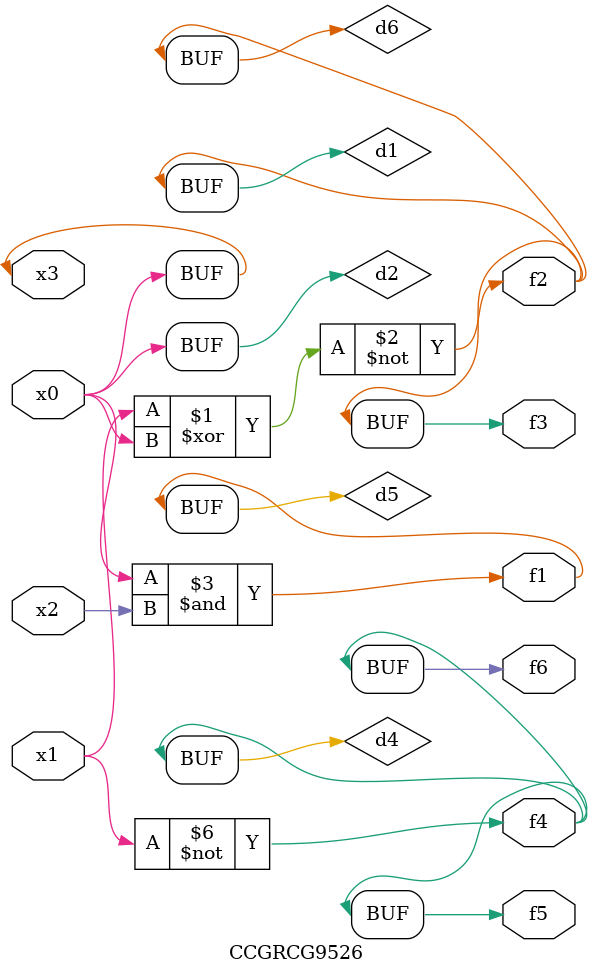
<source format=v>
module CCGRCG9526(
	input x0, x1, x2, x3,
	output f1, f2, f3, f4, f5, f6
);

	wire d1, d2, d3, d4, d5, d6;

	xnor (d1, x1, x3);
	buf (d2, x0, x3);
	nand (d3, x0, x2);
	not (d4, x1);
	nand (d5, d3);
	or (d6, d1);
	assign f1 = d5;
	assign f2 = d6;
	assign f3 = d6;
	assign f4 = d4;
	assign f5 = d4;
	assign f6 = d4;
endmodule

</source>
